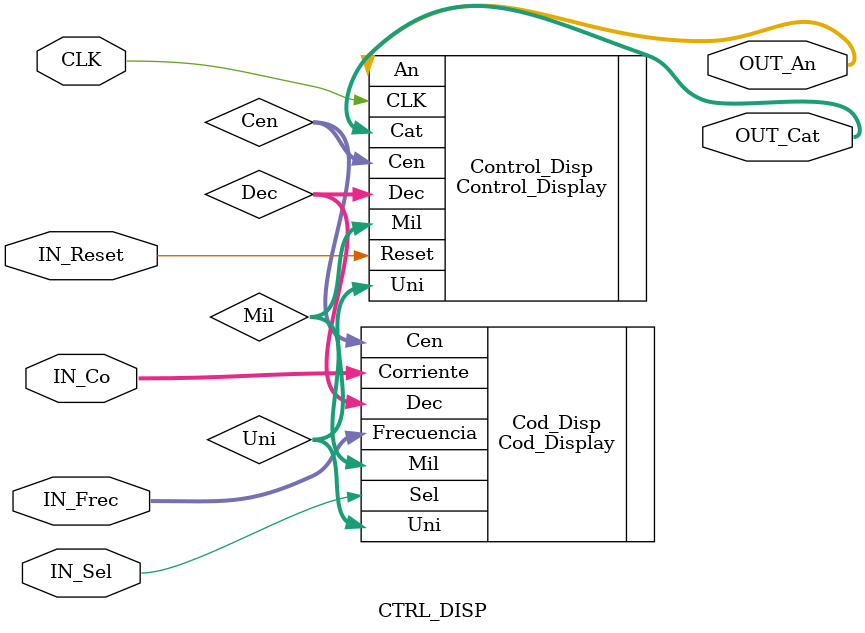
<source format=v>
`timescale 1ns / 1ps
module CTRL_DISP(
    input wire [2:0] IN_Frec,
    input wire [4:0] IN_Co,
    input wire CLK,
	 input wire IN_Sel,
    input wire IN_Reset,
    output wire [3:0] OUT_An,
    output wire [7:0] OUT_Cat
    );

wire [3:0] Uni;
wire [3:0] Dec;
wire [3:0] Cen;
wire [3:0] Mil;


Cod_Display Cod_Disp (
    .Frecuencia(IN_Frec), 
    .Corriente(IN_Co), 
    .Sel(IN_Sel), 
    .Uni(Uni), 
    .Dec(Dec), 
    .Cen(Cen), 
    .Mil(Mil)
    );

Control_Display Control_Disp (
    .Uni(Uni), 
    .Dec(Dec), 
    .Cen(Cen), 
    .Mil(Mil), 
    .CLK(CLK), 
    .Reset(IN_Reset), 
    .An(OUT_An), 
    .Cat(OUT_Cat)
    );

endmodule

</source>
